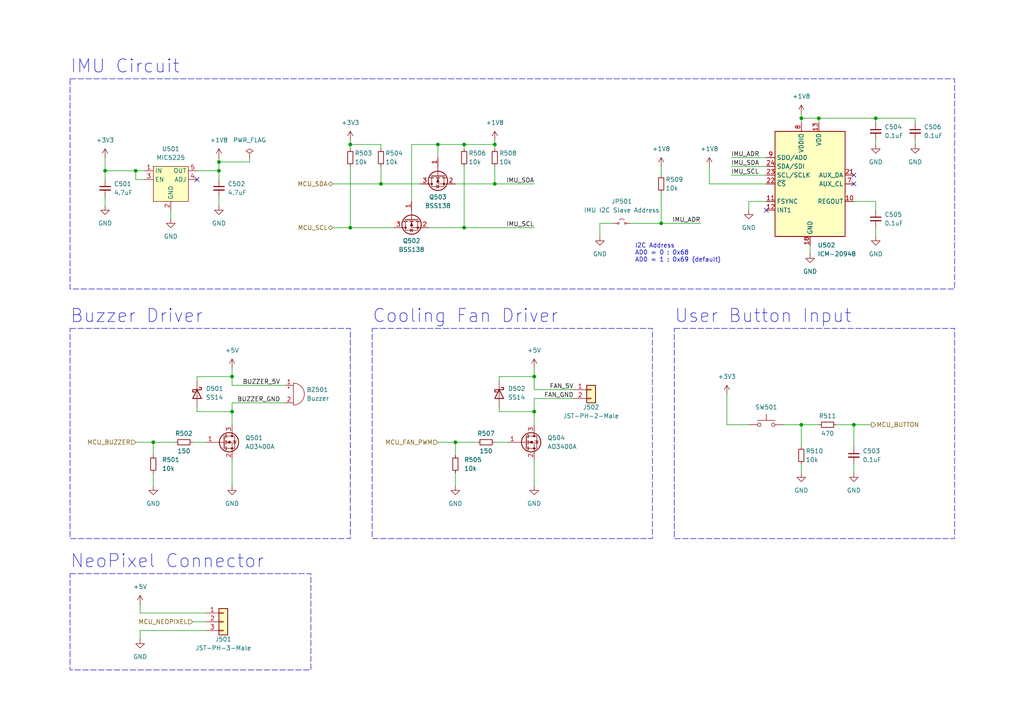
<source format=kicad_sch>
(kicad_sch (version 20231120) (generator "eeschema") (generator_version "8.0")
  (paper "A4")
  (title_block (title "LizardBot 1 Control Board: Outputs") (date "2024-07-03") (rev "v1.0.0") (company "Lizard Electronics") (comment 1 "Designed by: Manuel Lagarto"))
  (lib_symbols
    (symbol "Connector_Generic:Conn_01x02" (pin_names (offset 1.016) hide)
      (property "Reference" "J" (at 0 2.54 0))
      (property "Value" "Conn_01x02" (at 0 -5.08 0))
      (symbol "Conn_01x02_1_1"
        (rectangle (start -1.27 -2.413) (end 0 -2.667) (stroke (width 0.1524)))
        (rectangle (start -1.27 0.127) (end 0 -0.127) (stroke (width 0.1524)))
        (rectangle (start -1.27 1.27) (end 1.27 -3.81) (stroke (width 0.254)) (fill (type background)))
        (pin passive line (at -5.08 0 0) (length 3.81) (name "Pin_1") (number "1"))
        (pin passive line (at -5.08 -2.54 0) (length 3.81) (name "Pin_2") (number "2"))
      )
    )
    (symbol "Connector_Generic:Conn_01x03" (pin_names (offset 1.016) hide)
      (property "Reference" "J" (at 0 5.08 0))
      (property "Value" "Conn_01x03" (at 0 -5.08 0))
      (symbol "Conn_01x03_1_1"
        (rectangle (start -1.27 -2.413) (end 0 -2.667) (stroke (width 0.1524)))
        (rectangle (start -1.27 0.127) (end 0 -0.127) (stroke (width 0.1524)))
        (rectangle (start -1.27 2.667) (end 0 2.413) (stroke (width 0.1524)))
        (rectangle (start -1.27 3.81) (end 1.27 -3.81) (stroke (width 0.254)) (fill (type background)))
        (pin passive line (at -5.08 2.54 0) (length 3.81) (name "Pin_1") (number "1"))
        (pin passive line (at -5.08 0 0) (length 3.81) (name "Pin_2") (number "2"))
        (pin passive line (at -5.08 -2.54 0) (length 3.81) (name "Pin_3") (number "3"))
      )
    )
    (symbol "Device:Buzzer" (pin_names (offset 0.0254) hide)
      (property "Reference" "BZ" (at 3.81 1.27 0))
      (property "Value" "Buzzer" (at 3.81 -1.27 0))
      (symbol "Buzzer_0_1"
        (arc (start 0 -3.175) (mid 3.1612 0) (end 0 3.175))
        (polyline (pts (xy -1.651 1.905) (xy -1.143 1.905)))
        (polyline (pts (xy -1.397 2.159) (xy -1.397 1.651)))
        (polyline (pts (xy 0 3.175) (xy 0 -3.175)))
      )
      (symbol "Buzzer_1_1"
        (pin passive line (at -2.54 2.54 0) (length 2.54) (name "+") (number "1"))
        (pin passive line (at -2.54 -2.54 0) (length 2.54) (name "-") (number "2"))
      )
    )
    (symbol "Device:C_Small" (pin_numbers hide) (pin_names (offset 0.254) hide)
      (property "Reference" "C" (at 0.254 1.778 0))
      (property "Value" "C_Small" (at 0.254 -2.032 0))
      (symbol "C_Small_0_1"
        (polyline (pts (xy -1.524 -0.508) (xy 1.524 -0.508)) (stroke (width 0.3302)))
        (polyline (pts (xy -1.524 0.508) (xy 1.524 0.508)) (stroke (width 0.3048)))
      )
      (symbol "C_Small_1_1"
        (pin passive line (at 0 2.54 270) (length 2.032) (name "~") (number "1"))
        (pin passive line (at 0 -2.54 90) (length 2.032) (name "~") (number "2"))
      )
    )
    (symbol "Device:R_Small" (pin_numbers hide) (pin_names (offset 0.254) hide)
      (property "Reference" "R" (at 0.762 0.508 0))
      (property "Value" "R_Small" (at 0.762 -1.016 0))
      (symbol "R_Small_0_1"
        (rectangle (start -0.762 1.778) (end 0.762 -1.778) (stroke (width 0.2032)))
      )
      (symbol "R_Small_1_1"
        (pin passive line (at 0 2.54 270) (length 0.762) (name "~") (number "1"))
        (pin passive line (at 0 -2.54 90) (length 0.762) (name "~") (number "2"))
      )
    )
    (symbol "Diode:SS14" (pin_numbers hide) (pin_names (offset 1.016) hide)
      (property "Reference" "D" (at 0 2.54 0))
      (property "Value" "SS14" (at 0 -2.54 0))
      (symbol "SS14_0_1"
        (polyline (pts (xy 1.27 0) (xy -1.27 0)))
        (polyline (pts (xy 1.27 1.27) (xy 1.27 -1.27) (xy -1.27 0) (xy 1.27 1.27)) (stroke (width 0.254)))
        (polyline (pts (xy -1.905 0.635) (xy -1.905 1.27) (xy -1.27 1.27) (xy -1.27 -1.27) (xy -0.635 -1.27) (xy -0.635 -0.635)) (stroke (width 0.254)))
      )
      (symbol "SS14_1_1"
        (pin passive line (at -3.81 0 0) (length 2.54) (name "K") (number "1"))
        (pin passive line (at 3.81 0 180) (length 2.54) (name "A") (number "2"))
      )
    )
    (symbol "Jumper:Jumper_2_Small_Open" (pin_numbers hide) (pin_names (offset 0) hide) (exclude_from_sim yes)
      (property "Reference" "JP" (at 0 2.794 0))
      (property "Value" "Jumper_2_Small_Open" (at 0 -2.286 0))
      (symbol "Jumper_2_Small_Open_0_0"
        (circle (center -1.016 0) (radius 0.254))
        (circle (center 1.016 0) (radius 0.254))
      )
      (symbol "Jumper_2_Small_Open_0_1"
        (arc (start 0.762 1.0196) (mid 0 1.2729) (end -0.762 1.0196))
      )
      (symbol "Jumper_2_Small_Open_1_1"
        (pin passive line (at -2.54 0 0) (length 1.27) (name "A") (number "1"))
        (pin passive line (at 2.54 0 180) (length 1.27) (name "B") (number "2"))
      )
    )
    (symbol "Project_SymbolLib:MIC5225"
      (property "Reference" "U" (at 0 8.89 0))
      (property "Value" "MIC5225" (at 0 6.35 0))
      (symbol "MIC5225_1_1"
        (rectangle (start -5.08 5.08) (end 5.08 -5.08) (fill (type background)))
        (pin power_in line (at -7.62 3.81 0) (length 2.54) (name "IN") (number "1"))
        (pin power_in line (at 0 -7.62 90) (length 2.54) (name "GND") (number "2"))
        (pin input line (at -7.62 1.27 0) (length 2.54) (name "EN") (number "3"))
        (pin input line (at 7.62 1.27 180) (length 2.54) (name "ADJ") (number "4"))
        (pin power_out line (at 7.62 3.81 180) (length 2.54) (name "OUT") (number "5"))
      )
    )
    (symbol "Sensor_Motion:ICM-20948"
      (property "Reference" "U" (at -11.43 16.51 0))
      (property "Value" "ICM-20948" (at 7.62 -16.51 0))
      (symbol "ICM-20948_0_1"
        (rectangle (start -10.16 15.24) (end 10.16 -15.24) (stroke (width 0.254)) (fill (type background)))
      )
      (symbol "ICM-20948_1_1"
        (pin no_connect line (at -10.16 12.7 0) (length 2.54) hide (name "NC") (number "1"))
        (pin passive line (at 12.7 -5.08 180) (length 2.54) (name "REGOUT") (number "10"))
        (pin input line (at -12.7 -5.08 0) (length 2.54) (name "FSYNC") (number "11"))
        (pin output line (at -12.7 -7.62 0) (length 2.54) (name "INT1") (number "12"))
        (pin power_in line (at 2.54 17.78 270) (length 2.54) (name "VDD") (number "13"))
        (pin no_connect line (at 10.16 7.62 180) (length 2.54) hide (name "NC") (number "14"))
        (pin no_connect line (at 10.16 5.08 180) (length 2.54) hide (name "NC") (number "15"))
        (pin no_connect line (at 10.16 -7.62 180) (length 2.54) hide (name "NC") (number "16"))
        (pin no_connect line (at 10.16 -10.16 180) (length 2.54) hide (name "NC") (number "17"))
        (pin power_in line (at 0 -17.78 90) (length 2.54) (name "GND") (number "18"))
        (pin no_connect line (at 10.16 -12.7 180) (length 2.54) hide (name "RESV") (number "19"))
        (pin no_connect line (at -10.16 10.16 0) (length 2.54) hide (name "NC") (number "2"))
        (pin passive line (at 0 -17.78 90) (length 2.54) hide (name "GND") (number "20"))
        (pin bidirectional line (at 12.7 2.54 180) (length 2.54) (name "AUX_DA") (number "21"))
        (pin input line (at -12.7 0 0) (length 2.54) (name "~{CS}") (number "22"))
        (pin input line (at -12.7 2.54 0) (length 2.54) (name "SCL/SCLK") (number "23"))
        (pin bidirectional line (at -12.7 5.08 0) (length 2.54) (name "SDA/SDI") (number "24"))
        (pin no_connect line (at -10.16 -2.54 0) (length 2.54) hide (name "NC") (number "3"))
        (pin no_connect line (at -10.16 -10.16 0) (length 2.54) hide (name "NC") (number "4"))
        (pin no_connect line (at -10.16 -12.7 0) (length 2.54) hide (name "NC") (number "5"))
        (pin no_connect line (at 10.16 10.16 180) (length 2.54) hide (name "NC") (number "6"))
        (pin output line (at 12.7 0 180) (length 2.54) (name "AUX_CL") (number "7"))
        (pin power_in line (at -2.54 17.78 270) (length 2.54) (name "VDDIO") (number "8"))
        (pin bidirectional line (at -12.7 7.62 0) (length 2.54) (name "SDO/AD0") (number "9"))
      )
    )
    (symbol "Switch:SW_Push" (pin_numbers hide) (pin_names (offset 1.016) hide)
      (property "Reference" "SW" (at 1.27 2.54 0))
      (property "Value" "SW_Push" (at 0 -1.524 0))
      (symbol "SW_Push_0_1"
        (circle (center -2.032 0) (radius 0.508))
        (polyline (pts (xy 0 1.27) (xy 0 3.048)))
        (polyline (pts (xy 2.54 1.27) (xy -2.54 1.27)))
        (circle (center 2.032 0) (radius 0.508))
        (pin passive line (at -5.08 0 0) (length 2.54) (name "1") (number "1"))
        (pin passive line (at 5.08 0 180) (length 2.54) (name "2") (number "2"))
      )
    )
    (symbol "Transistor_FET:AO3400A" (pin_names hide)
      (property "Reference" "Q" (at 5.08 1.905 0))
      (property "Value" "AO3400A" (at 5.08 0 0))
      (symbol "AO3400A_0_1"
        (polyline (pts (xy 0.254 0) (xy -2.54 0)))
        (polyline (pts (xy 0.254 1.905) (xy 0.254 -1.905)) (stroke (width 0.254)))
        (polyline (pts (xy 0.762 -1.27) (xy 0.762 -2.286)) (stroke (width 0.254)))
        (polyline (pts (xy 0.762 0.508) (xy 0.762 -0.508)) (stroke (width 0.254)))
        (polyline (pts (xy 0.762 2.286) (xy 0.762 1.27)) (stroke (width 0.254)))
        (polyline (pts (xy 2.54 2.54) (xy 2.54 1.778)))
        (polyline (pts (xy 2.54 -2.54) (xy 2.54 0) (xy 0.762 0)))
        (polyline (pts (xy 0.762 -1.778) (xy 3.302 -1.778) (xy 3.302 1.778) (xy 0.762 1.778)))
        (polyline (pts (xy 1.016 0) (xy 2.032 0.381) (xy 2.032 -0.381) (xy 1.016 0)) (fill (type outline)))
        (polyline (pts (xy 2.794 0.508) (xy 2.921 0.381) (xy 3.683 0.381) (xy 3.81 0.254)))
        (polyline (pts (xy 3.302 0.381) (xy 2.921 -0.254) (xy 3.683 -0.254) (xy 3.302 0.381)))
        (circle (center 1.651 0) (radius 2.794) (stroke (width 0.254)))
        (circle (center 2.54 -1.778) (radius 0.254) (fill (type outline)))
        (circle (center 2.54 1.778) (radius 0.254) (fill (type outline)))
      )
      (symbol "AO3400A_1_1"
        (pin input line (at -5.08 0 0) (length 2.54) (name "G") (number "1"))
        (pin passive line (at 2.54 -5.08 90) (length 2.54) (name "S") (number "2"))
        (pin passive line (at 2.54 5.08 270) (length 2.54) (name "D") (number "3"))
      )
    )
    (symbol "Transistor_FET:BSS138" (pin_names hide)
      (property "Reference" "Q" (at 5.08 1.905 0))
      (property "Value" "BSS138" (at 5.08 0 0))
      (symbol "BSS138_0_1"
        (polyline (pts (xy 0.254 0) (xy -2.54 0)))
        (polyline (pts (xy 0.254 1.905) (xy 0.254 -1.905)) (stroke (width 0.254)))
        (polyline (pts (xy 0.762 -1.27) (xy 0.762 -2.286)) (stroke (width 0.254)))
        (polyline (pts (xy 0.762 0.508) (xy 0.762 -0.508)) (stroke (width 0.254)))
        (polyline (pts (xy 0.762 2.286) (xy 0.762 1.27)) (stroke (width 0.254)))
        (polyline (pts (xy 2.54 2.54) (xy 2.54 1.778)))
        (polyline (pts (xy 2.54 -2.54) (xy 2.54 0) (xy 0.762 0)))
        (polyline (pts (xy 0.762 -1.778) (xy 3.302 -1.778) (xy 3.302 1.778) (xy 0.762 1.778)))
        (polyline (pts (xy 1.016 0) (xy 2.032 0.381) (xy 2.032 -0.381) (xy 1.016 0)) (fill (type outline)))
        (polyline (pts (xy 2.794 0.508) (xy 2.921 0.381) (xy 3.683 0.381) (xy 3.81 0.254)))
        (polyline (pts (xy 3.302 0.381) (xy 2.921 -0.254) (xy 3.683 -0.254) (xy 3.302 0.381)))
        (circle (center 1.651 0) (radius 2.794) (stroke (width 0.254)))
        (circle (center 2.54 -1.778) (radius 0.254) (fill (type outline)))
        (circle (center 2.54 1.778) (radius 0.254) (fill (type outline)))
      )
      (symbol "BSS138_1_1"
        (pin input line (at -5.08 0 0) (length 2.54) (name "G") (number "1"))
        (pin passive line (at 2.54 -5.08 90) (length 2.54) (name "S") (number "2"))
        (pin passive line (at 2.54 5.08 270) (length 2.54) (name "D") (number "3"))
      )
    )
    (symbol "power:+1V8" (power) (pin_numbers hide) (pin_names (offset 0) hide)
      (property "Value" "+1V8" (at 0 3.556 0))
      (symbol "+1V8_0_1"
        (polyline (pts (xy -0.762 1.27) (xy 0 2.54)))
        (polyline (pts (xy 0 0) (xy 0 2.54)))
        (polyline (pts (xy 0 2.54) (xy 0.762 1.27)))
      )
      (symbol "+1V8_1_1"
        (pin power_in line (at 0 0 90) (length 0) (name "~") (number "1"))
      )
    )
    (symbol "power:+3V3" (power) (pin_numbers hide) (pin_names (offset 0) hide)
      (property "Value" "+3V3" (at 0 3.556 0))
      (symbol "+3V3_0_1"
        (polyline (pts (xy -0.762 1.27) (xy 0 2.54)))
        (polyline (pts (xy 0 0) (xy 0 2.54)))
        (polyline (pts (xy 0 2.54) (xy 0.762 1.27)))
      )
      (symbol "+3V3_1_1"
        (pin power_in line (at 0 0 90) (length 0) (name "~") (number "1"))
      )
    )
    (symbol "power:+5V" (power) (pin_numbers hide) (pin_names (offset 0) hide)
      (property "Value" "+5V" (at 0 3.556 0))
      (symbol "+5V_0_1"
        (polyline (pts (xy -0.762 1.27) (xy 0 2.54)))
        (polyline (pts (xy 0 0) (xy 0 2.54)))
        (polyline (pts (xy 0 2.54) (xy 0.762 1.27)))
      )
      (symbol "+5V_1_1"
        (pin power_in line (at 0 0 90) (length 0) (name "~") (number "1"))
      )
    )
    (symbol "power:GND" (power) (pin_numbers hide) (pin_names (offset 0) hide)
      (property "Value" "GND" (at 0 -3.81 0))
      (symbol "GND_0_1"
        (polyline (pts (xy 0 0) (xy 0 -1.27) (xy 1.27 -1.27) (xy 0 -2.54) (xy -1.27 -1.27) (xy 0 -1.27)))
      )
      (symbol "GND_1_1"
        (pin power_in line (at 0 0 270) (length 0) (name "~") (number "1"))
      )
    )
    (symbol "power:PWR_FLAG" (power) (pin_numbers hide) (pin_names (offset 0) hide)
      (property "Value" "PWR_FLAG" (at 0 3.81 0))
      (symbol "PWR_FLAG_0_0"
        (pin power_out line (at 0 0 90) (length 0) (name "~") (number "1"))
      )
      (symbol "PWR_FLAG_0_1"
        (polyline (pts (xy 0 0) (xy 0 1.27) (xy -1.016 1.905) (xy 0 2.54) (xy 1.016 1.905) (xy 0 1.27)))
      )
    )
  )
  (junction (at 63.5 46.99))
  (junction (at 191.77 64.77))
  (junction (at 154.94 119.38))
  (junction (at 237.49 34.29))
  (junction (at 30.48 49.53))
  (junction (at 134.62 66.04))
  (junction (at 63.5 49.53))
  (junction (at 132.08 128.27))
  (junction (at 134.62 41.91))
  (junction (at 67.31 119.38))
  (junction (at 101.6 41.91))
  (junction (at 44.45 128.27))
  (junction (at 39.37 49.53))
  (junction (at 143.51 53.34))
  (junction (at 232.41 123.19))
  (junction (at 101.6 66.04))
  (junction (at 154.94 109.22))
  (junction (at 254 34.29))
  (junction (at 247.65 123.19))
  (junction (at 232.41 34.29))
  (junction (at 110.49 53.34))
  (junction (at 127 41.91))
  (junction (at 67.31 109.22))
  (junction (at 143.51 41.91))
  (no_connect (at 247.65 50.8))
  (no_connect (at 222.25 60.96))
  (no_connect (at 247.65 53.34))
  (no_connect (at 57.15 52.07))
  (wire (pts (xy 132.08 53.34) (xy 143.51 53.34)))
  (wire (pts (xy 30.48 57.15) (xy 30.48 59.69)))
  (wire (pts (xy 39.37 49.53) (xy 39.37 52.07)))
  (wire (pts (xy 143.51 128.27) (xy 147.32 128.27)))
  (wire (pts (xy 40.64 185.42) (xy 40.64 182.88)))
  (wire (pts (xy 254 58.42) (xy 247.65 58.42)))
  (wire (pts (xy 39.37 128.27) (xy 44.45 128.27)))
  (wire (pts (xy 134.62 66.04) (xy 154.94 66.04)))
  (wire (pts (xy 44.45 137.16) (xy 44.45 140.97)))
  (wire (pts (xy 132.08 137.16) (xy 132.08 140.97)))
  (wire (pts (xy 63.5 46.99) (xy 63.5 49.53)))
  (wire (pts (xy 101.6 40.64) (xy 101.6 41.91)))
  (wire (pts (xy 39.37 49.53) (xy 41.91 49.53)))
  (wire (pts (xy 30.48 49.53) (xy 30.48 52.07)))
  (wire (pts (xy 101.6 48.26) (xy 101.6 66.04)))
  (wire (pts (xy 82.55 116.84) (xy 67.31 116.84)))
  (wire (pts (xy 124.46 66.04) (xy 134.62 66.04)))
  (wire (pts (xy 67.31 109.22) (xy 67.31 111.76)))
  (wire (pts (xy 234.95 71.12) (xy 234.95 73.66)))
  (wire (pts (xy 49.53 60.96) (xy 49.53 63.5)))
  (wire (pts (xy 134.62 41.91) (xy 143.51 41.91)))
  (wire (pts (xy 57.15 109.22) (xy 67.31 109.22)))
  (wire (pts (xy 265.43 40.64) (xy 265.43 41.91)))
  (wire (pts (xy 254 34.29) (xy 254 35.56)))
  (wire (pts (xy 144.78 118.11) (xy 144.78 119.38)))
  (wire (pts (xy 127 41.91) (xy 127 45.72)))
  (wire (pts (xy 191.77 48.26) (xy 191.77 50.8)))
  (wire (pts (xy 144.78 110.49) (xy 144.78 109.22)))
  (wire (pts (xy 254 60.96) (xy 254 58.42)))
  (wire (pts (xy 110.49 48.26) (xy 110.49 53.34)))
  (wire (pts (xy 72.39 46.99) (xy 63.5 46.99)))
  (wire (pts (xy 143.51 53.34) (xy 154.94 53.34)))
  (wire (pts (xy 154.94 133.35) (xy 154.94 140.97)))
  (wire (pts (xy 67.31 111.76) (xy 82.55 111.76)))
  (wire (pts (xy 247.65 123.19) (xy 247.65 129.54)))
  (wire (pts (xy 154.94 106.68) (xy 154.94 109.22)))
  (wire (pts (xy 205.74 48.26) (xy 205.74 53.34)))
  (wire (pts (xy 154.94 115.57) (xy 166.37 115.57)))
  (wire (pts (xy 247.65 134.62) (xy 247.65 137.16)))
  (wire (pts (xy 101.6 66.04) (xy 114.3 66.04)))
  (wire (pts (xy 57.15 119.38) (xy 67.31 119.38)))
  (wire (pts (xy 57.15 118.11) (xy 57.15 119.38)))
  (wire (pts (xy 101.6 41.91) (xy 110.49 41.91)))
  (wire (pts (xy 40.64 177.8) (xy 59.69 177.8)))
  (wire (pts (xy 134.62 48.26) (xy 134.62 66.04)))
  (wire (pts (xy 154.94 113.03) (xy 166.37 113.03)))
  (wire (pts (xy 212.09 50.8) (xy 222.25 50.8)))
  (wire (pts (xy 67.31 106.68) (xy 67.31 109.22)))
  (wire (pts (xy 67.31 116.84) (xy 67.31 119.38)))
  (wire (pts (xy 119.38 41.91) (xy 127 41.91)))
  (wire (pts (xy 110.49 43.18) (xy 110.49 41.91)))
  (wire (pts (xy 96.52 53.34) (xy 110.49 53.34)))
  (wire (pts (xy 72.39 45.72) (xy 72.39 46.99)))
  (wire (pts (xy 242.57 123.19) (xy 247.65 123.19)))
  (wire (pts (xy 144.78 119.38) (xy 154.94 119.38)))
  (wire (pts (xy 232.41 123.19) (xy 237.49 123.19)))
  (wire (pts (xy 144.78 109.22) (xy 154.94 109.22)))
  (wire (pts (xy 55.88 180.34) (xy 59.69 180.34)))
  (wire (pts (xy 232.41 34.29) (xy 232.41 35.56)))
  (wire (pts (xy 182.88 64.77) (xy 191.77 64.77)))
  (wire (pts (xy 40.64 182.88) (xy 59.69 182.88)))
  (wire (pts (xy 227.33 123.19) (xy 232.41 123.19)))
  (wire (pts (xy 143.51 40.64) (xy 143.51 41.91)))
  (wire (pts (xy 212.09 45.72) (xy 222.25 45.72)))
  (wire (pts (xy 143.51 48.26) (xy 143.51 53.34)))
  (wire (pts (xy 232.41 134.62) (xy 232.41 137.16)))
  (wire (pts (xy 173.99 64.77) (xy 177.8 64.77)))
  (wire (pts (xy 44.45 128.27) (xy 50.8 128.27)))
  (wire (pts (xy 232.41 123.19) (xy 232.41 129.54)))
  (wire (pts (xy 254 68.58) (xy 254 66.04)))
  (wire (pts (xy 40.64 175.26) (xy 40.64 177.8)))
  (wire (pts (xy 237.49 35.56) (xy 237.49 34.29)))
  (wire (pts (xy 63.5 49.53) (xy 63.5 52.07)))
  (wire (pts (xy 67.31 133.35) (xy 67.31 140.97)))
  (wire (pts (xy 67.31 119.38) (xy 67.31 123.19)))
  (wire (pts (xy 232.41 33.02) (xy 232.41 34.29)))
  (wire (pts (xy 44.45 128.27) (xy 44.45 132.08)))
  (wire (pts (xy 247.65 123.19) (xy 252.73 123.19)))
  (wire (pts (xy 96.52 66.04) (xy 101.6 66.04)))
  (wire (pts (xy 134.62 41.91) (xy 134.62 43.18)))
  (wire (pts (xy 154.94 109.22) (xy 154.94 113.03)))
  (wire (pts (xy 217.17 58.42) (xy 222.25 58.42)))
  (wire (pts (xy 191.77 55.88) (xy 191.77 64.77)))
  (wire (pts (xy 212.09 48.26) (xy 222.25 48.26)))
  (wire (pts (xy 237.49 34.29) (xy 254 34.29)))
  (wire (pts (xy 110.49 53.34) (xy 121.92 53.34)))
  (wire (pts (xy 127 128.27) (xy 132.08 128.27)))
  (wire (pts (xy 132.08 128.27) (xy 138.43 128.27)))
  (wire (pts (xy 55.88 128.27) (xy 59.69 128.27)))
  (wire (pts (xy 143.51 41.91) (xy 143.51 43.18)))
  (wire (pts (xy 232.41 34.29) (xy 237.49 34.29)))
  (wire (pts (xy 132.08 128.27) (xy 132.08 132.08)))
  (wire (pts (xy 254 40.64) (xy 254 41.91)))
  (wire (pts (xy 101.6 41.91) (xy 101.6 43.18)))
  (wire (pts (xy 127 41.91) (xy 134.62 41.91)))
  (wire (pts (xy 57.15 110.49) (xy 57.15 109.22)))
  (wire (pts (xy 265.43 34.29) (xy 265.43 35.56)))
  (wire (pts (xy 254 34.29) (xy 265.43 34.29)))
  (wire (pts (xy 30.48 45.72) (xy 30.48 49.53)))
  (wire (pts (xy 205.74 53.34) (xy 222.25 53.34)))
  (wire (pts (xy 57.15 49.53) (xy 63.5 49.53)))
  (wire (pts (xy 63.5 57.15) (xy 63.5 59.69)))
  (wire (pts (xy 210.82 123.19) (xy 217.17 123.19)))
  (wire (pts (xy 63.5 45.72) (xy 63.5 46.99)))
  (wire (pts (xy 191.77 64.77) (xy 203.2 64.77)))
  (wire (pts (xy 41.91 52.07) (xy 39.37 52.07)))
  (wire (pts (xy 154.94 119.38) (xy 154.94 115.57)))
  (wire (pts (xy 173.99 64.77) (xy 173.99 68.58)))
  (wire (pts (xy 30.48 49.53) (xy 39.37 49.53)))
  (wire (pts (xy 119.38 41.91) (xy 119.38 58.42)))
  (wire (pts (xy 154.94 119.38) (xy 154.94 123.19)))
  (wire (pts (xy 210.82 114.3) (xy 210.82 123.19)))
  (wire (pts (xy 217.17 60.96) (xy 217.17 58.42)))
  (rectangle (start 20.32 95.25) (end 101.6 156.21) (stroke (width 0) (type dash)))
  (rectangle (start 20.32 22.86) (end 276.86 83.82) (stroke (width 0) (type dash)))
  (rectangle (start 107.95 95.25) (end 189.23 156.21) (stroke (width 0) (type dash)))
  (rectangle (start 195.58 95.25) (end 276.86 156.21) (stroke (width 0) (type dash)))
  (rectangle (start 20.32 166.37) (end 90.17 194.31) (stroke (width 0) (type dash)))
  (text "IMU Circuit" (at 20.32 21.59 0) (effects (font (size 3.81 3.81)) (justify left bottom)))
  (text "I2C Address\nAD0 = 0 : 0x68\nAD0 = 1 : 0x69 (default)" (at 184.15 76.2 0) (effects (font (size 1.27 1.27)) (justify left bottom)))
  (text "NeoPixel Connector" (at 20.32 165.1 0) (effects (font (size 3.81 3.81)) (justify left bottom)))
  (text "User Button Input" (at 195.58 93.98 0) (effects (font (size 3.81 3.81)) (justify left bottom)))
  (text "Cooling Fan Driver" (at 107.95 93.98 0) (effects (font (size 3.81 3.81)) (justify left bottom)))
  (text "Buzzer Driver" (at 20.32 93.98 0) (effects (font (size 3.81 3.81)) (justify left bottom)))
  (label "IMU_SDA" (at 212.09 48.26 0))
  (label "IMU_ADR" (at 203.2 64.77 180))
  (label "BUZZER_5V" (at 81.28 111.76 180))
  (label "IMU_SCL" (at 154.94 66.04 180))
  (label "BUZZER_GND" (at 81.28 116.84 180))
  (label "IMU_ADR" (at 212.09 45.72 0))
  (label "IMU_SCL" (at 212.09 50.8 0))
  (label "IMU_SDA" (at 154.94 53.34 180))
  (label "FAN_GND" (at 166.37 115.57 180))
  (label "FAN_5V" (at 166.37 113.03 180))
  (hierarchical_label "MCU_FAN_PWM" (shape input) (at 127 128.27 180))
  (hierarchical_label "MCU_SCL" (shape bidirectional) (at 96.52 66.04 180))
  (hierarchical_label "MCU_SDA" (shape bidirectional) (at 96.52 53.34 180))
  (hierarchical_label "MCU_BUZZER" (shape input) (at 39.37 128.27 180))
  (hierarchical_label "MCU_BUTTON" (shape output) (at 252.73 123.19 0))
  (hierarchical_label "MCU_NEOPIXEL" (shape input) (at 55.88 180.34 180))
  (symbol (lib_id "power:GND") (at 154.94 140.97 0) (unit 1)
    (property "Reference" "#PWR0515" (effects (hide yes)))
    (property "Value" "GND" (at 154.94 146.05 0))
    (property "Description" "Power symbol creates a global label with name \"GND\" , ground" (effects (hide yes)))
  )
  (symbol (lib_id "Device:Buzzer") (at 85.09 114.3 0) (unit 1)
    (property "Reference" "BZ501" (at 88.9 113.0299 0) (effects (justify left)))
    (property "Value" "Buzzer" (at 88.9 115.5699 0) (effects (justify left)))
    (property "Description" "Buzzer, polarized" (effects (hide yes)))
  )
  (symbol (lib_id "power:GND") (at 254 41.91 0) (unit 1)
    (property "Reference" "#PWR0525" (effects (hide yes)))
    (property "Value" "GND" (at 254 46.99 0))
    (property "Description" "Power symbol creates a global label with name \"GND\" , ground" (effects (hide yes)))
  )
  (symbol (lib_id "power:GND") (at 247.65 137.16 0) (unit 1)
    (property "Reference" "#PWR0524" (effects (hide yes)))
    (property "Value" "GND" (at 247.65 142.24 0))
    (property "Description" "Power symbol creates a global label with name \"GND\" , ground" (effects (hide yes)))
  )
  (symbol (lib_id "power:+5V") (at 67.31 106.68 0) (unit 1)
    (property "Reference" "#PWR0509" (effects (hide yes)))
    (property "Value" "+5V" (at 67.31 101.6 0))
    (property "Description" "Power symbol creates a global label with name \"+5V\"" (effects (hide yes)))
  )
  (symbol (lib_id "Device:R_Small") (at 240.03 123.19 90) (unit 1)
    (property "Reference" "R511" (at 240.03 120.65 90))
    (property "Value" "470" (at 240.03 125.73 90))
    (property "Description" "Resistor, small symbol" (effects (hide yes)))
  )
  (symbol (lib_id "Device:C_Small") (at 254 38.1 0) (unit 1)
    (property "Reference" "C504" (at 256.54 36.83 0) (effects (justify left)))
    (property "Value" "0.1uF" (at 256.54 39.37 0) (effects (justify left)))
    (property "Description" "Unpolarized capacitor, small symbol" (effects (hide yes)))
  )
  (symbol (lib_id "Jumper:Jumper_2_Small_Open") (at 180.34 64.77 0) (unit 1) (exclude_from_sim yes)
    (property "Reference" "JP501" (at 180.34 58.42 0))
    (property "Value" "IMU I2C Slave Address" (at 180.34 60.96 0))
    (property "Description" "Jumper, 2-pole, small symbol, open" (effects (hide yes)))
  )
  (symbol (lib_id "power:+1V8") (at 63.5 45.72 0) (unit 1)
    (property "Reference" "#PWR0507" (effects (hide yes)))
    (property "Value" "+1V8" (at 63.5 40.64 0))
    (property "Description" "Power symbol creates a global label with name \"+1V8\"" (effects (hide yes)))
  )
  (symbol (lib_id "Device:R_Small") (at 232.41 132.08 0) (unit 1)
    (property "Reference" "R510" (at 233.68 130.81 0) (effects (justify left)))
    (property "Value" "10k" (at 233.68 133.35 0) (effects (justify left)))
    (property "Description" "Resistor, small symbol" (effects (hide yes)))
  )
  (symbol (lib_id "power:GND") (at 234.95 73.66 0) (unit 1)
    (property "Reference" "#PWR0523" (effects (hide yes)))
    (property "Value" "GND" (at 234.95 78.74 0))
    (property "Description" "Power symbol creates a global label with name \"GND\" , ground" (effects (hide yes)))
  )
  (symbol (lib_id "Diode:SS14") (at 144.78 114.3 270) (unit 1)
    (property "Reference" "D502" (at 147.32 112.7124 90) (effects (justify left)))
    (property "Value" "SS14" (at 147.32 115.2524 90) (effects (justify left)))
    (property "Footprint" "Diode_SMD:D_SMA" (effects (hide yes)))
    (property "Datasheet" "https://www.vishay.com/docs/88746/ss12.pdf" (effects (hide yes)))
    (property "Description" "40V 1A Schottky Diode, SMA" (effects (hide yes)))
  )
  (symbol (lib_id "power:+3V3") (at 210.82 114.3 0) (unit 1)
    (property "Reference" "#PWR0519" (effects (hide yes)))
    (property "Value" "+3V3" (at 210.82 109.22 0))
    (property "Description" "Power symbol creates a global label with name \"+3V3\"" (effects (hide yes)))
  )
  (symbol (lib_id "power:PWR_FLAG") (at 72.39 45.72 0) (unit 1)
    (property "Reference" "#FLG0501" (effects (hide yes)))
    (property "Value" "PWR_FLAG" (at 72.39 40.64 0))
    (property "Description" "Special symbol for telling ERC where power comes from" (effects (hide yes)))
  )
  (symbol (lib_id "Diode:SS14") (at 57.15 114.3 270) (unit 1)
    (property "Reference" "D501" (at 59.69 112.7124 90) (effects (justify left)))
    (property "Value" "SS14" (at 59.69 115.2524 90) (effects (justify left)))
    (property "Footprint" "Diode_SMD:D_SMA" (effects (hide yes)))
    (property "Datasheet" "https://www.vishay.com/docs/88746/ss12.pdf" (effects (hide yes)))
    (property "Description" "40V 1A Schottky Diode, SMA" (effects (hide yes)))
  )
  (symbol (lib_id "Transistor_FET:AO3400A") (at 64.77 128.27 0) (unit 1)
    (property "Reference" "Q501" (at 71.12 126.9999 0) (effects (justify left)))
    (property "Value" "AO3400A" (at 71.12 129.5399 0) (effects (justify left)))
    (property "Footprint" "Package_TO_SOT_SMD:SOT-23" (effects (hide yes)))
    (property "Datasheet" "http://www.aosmd.com/pdfs/datasheet/AO3400A.pdf" (effects (hide yes)))
    (property "Description" "30V Vds, 5.7A Id, N-Channel MOSFET, SOT-23" (effects (hide yes)))
  )
  (symbol (lib_id "Switch:SW_Push") (at 222.25 123.19 0) (unit 1)
    (property "Reference" "SW501" (at 222.25 118.11 0))
    (property "Value" "SW_Push" (effects (hide yes)))
    (property "Description" "Push button switch, generic, two pins" (effects (hide yes)))
  )
  (symbol (lib_id "Device:C_Small") (at 247.65 132.08 0) (unit 1)
    (property "Reference" "C503" (at 250.19 130.81 0) (effects (justify left)))
    (property "Value" "0.1uF" (at 250.19 133.35 0) (effects (justify left)))
    (property "Description" "Unpolarized capacitor, small symbol" (effects (hide yes)))
  )
  (symbol (lib_id "power:GND") (at 173.99 68.58 0) (unit 1)
    (property "Reference" "#PWR0516" (effects (hide yes)))
    (property "Value" "GND" (at 173.99 73.66 0))
    (property "Description" "Power symbol creates a global label with name \"GND\" , ground" (effects (hide yes)))
  )
  (symbol (lib_id "Device:R_Small") (at 140.97 128.27 90) (unit 1)
    (property "Reference" "R507" (at 140.97 125.73 90))
    (property "Value" "150" (at 140.97 130.81 90))
    (property "Description" "Resistor, small symbol" (effects (hide yes)))
  )
  (symbol (lib_id "power:GND") (at 44.45 140.97 0) (unit 1)
    (property "Reference" "#PWR0505" (effects (hide yes)))
    (property "Value" "GND" (at 44.45 146.05 0))
    (property "Description" "Power symbol creates a global label with name \"GND\" , ground" (effects (hide yes)))
  )
  (symbol (lib_id "power:+5V") (at 40.64 175.26 0) (unit 1)
    (property "Reference" "#PWR0503" (effects (hide yes)))
    (property "Value" "+5V" (at 40.64 170.18 0))
    (property "Description" "Power symbol creates a global label with name \"+5V\"" (effects (hide yes)))
  )
  (symbol (lib_id "power:+1V8") (at 191.77 48.26 0) (unit 1)
    (property "Reference" "#PWR0517" (effects (hide yes)))
    (property "Value" "+1V8" (at 191.77 43.18 0))
    (property "Description" "Power symbol creates a global label with name \"+1V8\"" (effects (hide yes)))
  )
  (symbol (lib_id "Device:R_Small") (at 110.49 45.72 0) (unit 1)
    (property "Reference" "R504" (at 111.76 44.45 0) (effects (justify left)))
    (property "Value" "10k" (at 111.76 46.99 0) (effects (justify left)))
    (property "Description" "Resistor, small symbol" (effects (hide yes)))
  )
  (symbol (lib_id "power:GND") (at 265.43 41.91 0) (unit 1)
    (property "Reference" "#PWR0527" (effects (hide yes)))
    (property "Value" "GND" (at 265.43 46.99 0))
    (property "Description" "Power symbol creates a global label with name \"GND\" , ground" (effects (hide yes)))
  )
  (symbol (lib_id "Device:C_Small") (at 30.48 54.61 0) (unit 1)
    (property "Reference" "C501" (at 33.02 53.34 0) (effects (justify left)))
    (property "Value" "4.7uF" (at 33.02 55.88 0) (effects (justify left)))
    (property "Description" "Unpolarized capacitor, small symbol" (effects (hide yes)))
  )
  (symbol (lib_id "Device:R_Small") (at 191.77 53.34 0) (unit 1)
    (property "Reference" "R509" (at 193.04 52.07 0) (effects (justify left)))
    (property "Value" "10k" (at 193.04 54.61 0) (effects (justify left)))
    (property "Description" "Resistor, small symbol" (effects (hide yes)))
  )
  (symbol (lib_id "Project_SymbolLib:MIC5225") (at 49.53 53.34 0) (unit 1)
    (property "Reference" "U501" (at 49.53 43.18 0))
    (property "Value" "MIC5225" (at 49.53 45.72 0))
    (property "Footprint" "Package_TO_SOT_SMD:SOT-23-5_HandSoldering" (effects (hide yes)))
    (property "Datasheet" "https://pt.mouser.com/datasheet/2/268/MIC5225_Ultra_Low_Quiescent_Current_150mA_MicroCap-3441824.pdf" (effects (hide yes)))
    (property "Description" "Ultra-Low Quiescent Current 150 mA µCap Low Dropout Regulator" (effects (hide yes)))
  )
  (symbol (lib_id "Device:R_Small") (at 134.62 45.72 0) (unit 1)
    (property "Reference" "R506" (at 135.89 44.45 0) (effects (justify left)))
    (property "Value" "10k" (at 135.89 46.99 0) (effects (justify left)))
    (property "Description" "Resistor, small symbol" (effects (hide yes)))
  )
  (symbol (lib_id "power:GND") (at 217.17 60.96 0) (unit 1)
    (property "Reference" "#PWR0520" (effects (hide yes)))
    (property "Value" "GND" (at 217.17 66.04 0))
    (property "Description" "Power symbol creates a global label with name \"GND\" , ground" (effects (hide yes)))
  )
  (symbol (lib_id "Device:R_Small") (at 101.6 45.72 0) (unit 1)
    (property "Reference" "R503" (at 102.87 44.45 0) (effects (justify left)))
    (property "Value" "10k" (at 102.87 46.99 0) (effects (justify left)))
    (property "Description" "Resistor, small symbol" (effects (hide yes)))
  )
  (symbol (lib_id "power:+1V8") (at 232.41 33.02 0) (unit 1)
    (property "Reference" "#PWR0521" (effects (hide yes)))
    (property "Value" "+1V8" (at 232.41 27.94 0))
    (property "Description" "Power symbol creates a global label with name \"+1V8\"" (effects (hide yes)))
  )
  (symbol (lib_id "Transistor_FET:AO3400A") (at 152.4 128.27 0) (unit 1)
    (property "Reference" "Q504" (at 158.75 126.9999 0) (effects (justify left)))
    (property "Value" "AO3400A" (at 158.75 129.5399 0) (effects (justify left)))
    (property "Footprint" "Package_TO_SOT_SMD:SOT-23" (effects (hide yes)))
    (property "Datasheet" "http://www.aosmd.com/pdfs/datasheet/AO3400A.pdf" (effects (hide yes)))
    (property "Description" "30V Vds, 5.7A Id, N-Channel MOSFET, SOT-23" (effects (hide yes)))
  )
  (symbol (lib_id "power:GND") (at 232.41 137.16 0) (unit 1)
    (property "Reference" "#PWR0522" (effects (hide yes)))
    (property "Value" "GND" (at 232.41 142.24 0))
    (property "Description" "Power symbol creates a global label with name \"GND\" , ground" (effects (hide yes)))
  )
  (symbol (lib_id "power:GND") (at 132.08 140.97 0) (unit 1)
    (property "Reference" "#PWR0512" (effects (hide yes)))
    (property "Value" "GND" (at 132.08 146.05 0))
    (property "Description" "Power symbol creates a global label with name \"GND\" , ground" (effects (hide yes)))
  )
  (symbol (lib_id "Device:R_Small") (at 53.34 128.27 90) (unit 1)
    (property "Reference" "R502" (at 53.34 125.73 90))
    (property "Value" "150" (at 53.34 130.81 90))
    (property "Description" "Resistor, small symbol" (effects (hide yes)))
  )
  (symbol (lib_id "power:GND") (at 254 68.58 0) (unit 1)
    (property "Reference" "#PWR0526" (effects (hide yes)))
    (property "Value" "GND" (at 254 73.66 0))
    (property "Description" "Power symbol creates a global label with name \"GND\" , ground" (effects (hide yes)))
  )
  (symbol (lib_id "Connector_Generic:Conn_01x03") (at 64.77 180.34 0) (unit 1)
    (property "Reference" "J501" (at 64.77 185.42 0))
    (property "Value" "JST-PH-3-Male" (at 64.77 187.96 0))
    (property "Description" "Generic connector, single row, 01x03, script generated (kicad-library-utils/schlib/autogen/connector/)" (effects (hide yes)))
  )
  (symbol (lib_id "power:+1V8") (at 205.74 48.26 0) (unit 1)
    (property "Reference" "#PWR0518" (effects (hide yes)))
    (property "Value" "+1V8" (at 205.74 43.18 0))
    (property "Description" "Power symbol creates a global label with name \"+1V8\"" (effects (hide yes)))
  )
  (symbol (lib_id "Connector_Generic:Conn_01x02") (at 171.45 113.03 0) (unit 1)
    (property "Reference" "J502" (at 171.45 118.11 0))
    (property "Value" "JST-PH-2-Male" (at 171.45 120.65 0))
    (property "Description" "Generic connector, single row, 01x02, script generated (kicad-library-utils/schlib/autogen/connector/)" (effects (hide yes)))
  )
  (symbol (lib_id "Sensor_Motion:ICM-20948") (at 234.95 53.34 0) (unit 1)
    (property "Reference" "U502" (at 237.1441 71.12 0) (effects (justify left)))
    (property "Value" "ICM-20948" (at 237.1441 73.66 0) (effects (justify left)))
    (property "Footprint" "Sensor_Motion:InvenSense_QFN-24_3x3mm_P0.4mm" (effects (hide yes)))
    (property "Datasheet" "http://www.invensense.com/wp-content/uploads/2016/06/DS-000189-ICM-20948-v1.3.pdf" (effects (hide yes)))
    (property "Description" "InvenSense 9-Axis Motion Sensor, Accelerometer, Gyroscope, Compass, I2C/SPI, QFN-24" (effects (hide yes)))
  )
  (symbol (lib_id "Device:R_Small") (at 44.45 134.62 0) (unit 1)
    (property "Reference" "R501" (at 46.99 133.3499 0) (effects (justify left)))
    (property "Value" "10k" (at 46.99 135.8899 0) (effects (justify left)))
    (property "Description" "Resistor, small symbol" (effects (hide yes)))
  )
  (symbol (lib_id "power:GND") (at 63.5 59.69 0) (unit 1)
    (property "Reference" "#PWR0508" (effects (hide yes)))
    (property "Value" "GND" (at 63.5 64.77 0))
    (property "Description" "Power symbol creates a global label with name \"GND\" , ground" (effects (hide yes)))
  )
  (symbol (lib_id "Device:C_Small") (at 63.5 54.61 0) (unit 1)
    (property "Reference" "C502" (at 66.04 53.34 0) (effects (justify left)))
    (property "Value" "4.7uF" (at 66.04 55.88 0) (effects (justify left)))
    (property "Description" "Unpolarized capacitor, small symbol" (effects (hide yes)))
  )
  (symbol (lib_id "power:+3V3") (at 101.6 40.64 0) (unit 1)
    (property "Reference" "#PWR0511" (effects (hide yes)))
    (property "Value" "+3V3" (at 101.6 35.56 0))
    (property "Description" "Power symbol creates a global label with name \"+3V3\"" (effects (hide yes)))
  )
  (symbol (lib_id "power:GND") (at 49.53 63.5 0) (unit 1)
    (property "Reference" "#PWR0506" (effects (hide yes)))
    (property "Value" "GND" (at 49.53 68.58 0))
    (property "Description" "Power symbol creates a global label with name \"GND\" , ground" (effects (hide yes)))
  )
  (symbol (lib_id "Device:R_Small") (at 132.08 134.62 0) (unit 1)
    (property "Reference" "R505" (at 134.62 133.3499 0) (effects (justify left)))
    (property "Value" "10k" (at 134.62 135.8899 0) (effects (justify left)))
    (property "Description" "Resistor, small symbol" (effects (hide yes)))
  )
  (symbol (lib_id "power:+1V8") (at 143.51 40.64 0) (unit 1)
    (property "Reference" "#PWR0513" (effects (hide yes)))
    (property "Value" "+1V8" (at 143.51 35.56 0))
    (property "Description" "Power symbol creates a global label with name \"+1V8\"" (effects (hide yes)))
  )
  (symbol (lib_id "Device:C_Small") (at 265.43 38.1 0) (unit 1)
    (property "Reference" "C506" (at 267.97 36.83 0) (effects (justify left)))
    (property "Value" "0.1uF" (at 267.97 39.37 0) (effects (justify left)))
    (property "Description" "Unpolarized capacitor, small symbol" (effects (hide yes)))
  )
  (symbol (lib_id "power:+5V") (at 154.94 106.68 0) (unit 1)
    (property "Reference" "#PWR0514" (effects (hide yes)))
    (property "Value" "+5V" (at 154.94 101.6 0))
    (property "Description" "Power symbol creates a global label with name \"+5V\"" (effects (hide yes)))
  )
  (symbol (lib_id "Transistor_FET:BSS138") (at 119.38 63.5 90) (mirror x) (unit 1)
    (property "Reference" "Q502" (at 119.38 69.85 90))
    (property "Value" "BSS138" (at 119.38 72.39 90))
    (property "Footprint" "Package_TO_SOT_SMD:SOT-23" (effects (hide yes)))
    (property "Datasheet" "https://www.onsemi.com/pub/Collateral/BSS138-D.PDF" (effects (hide yes)))
    (property "Description" "50V Vds, 0.22A Id, N-Channel MOSFET, SOT-23" (effects (hide yes)))
  )
  (symbol (lib_id "Transistor_FET:BSS138") (at 127 50.8 90) (mirror x) (unit 1)
    (property "Reference" "Q503" (at 127 57.15 90))
    (property "Value" "BSS138" (at 127 59.69 90))
    (property "Footprint" "Package_TO_SOT_SMD:SOT-23" (effects (hide yes)))
    (property "Datasheet" "https://www.onsemi.com/pub/Collateral/BSS138-D.PDF" (effects (hide yes)))
    (property "Description" "50V Vds, 0.22A Id, N-Channel MOSFET, SOT-23" (effects (hide yes)))
  )
  (symbol (lib_id "power:GND") (at 40.64 185.42 0) (unit 1)
    (property "Reference" "#PWR0504" (effects (hide yes)))
    (property "Value" "GND" (at 40.64 190.5 0))
    (property "Description" "Power symbol creates a global label with name \"GND\" , ground" (effects (hide yes)))
  )
  (symbol (lib_id "power:GND") (at 67.31 140.97 0) (unit 1)
    (property "Reference" "#PWR0510" (effects (hide yes)))
    (property "Value" "GND" (at 67.31 146.05 0))
    (property "Description" "Power symbol creates a global label with name \"GND\" , ground" (effects (hide yes)))
  )
  (symbol (lib_id "Device:C_Small") (at 254 63.5 0) (unit 1)
    (property "Reference" "C505" (at 256.54 62.23 0) (effects (justify left)))
    (property "Value" "0.1uF" (at 256.54 64.77 0) (effects (justify left)))
    (property "Description" "Unpolarized capacitor, small symbol" (effects (hide yes)))
  )
  (symbol (lib_id "power:+3V3") (at 30.48 45.72 0) (unit 1)
    (property "Reference" "#PWR0501" (effects (hide yes)))
    (property "Value" "+3V3" (at 30.48 40.64 0))
    (property "Description" "Power symbol creates a global label with name \"+3V3\"" (effects (hide yes)))
  )
  (symbol (lib_id "power:GND") (at 30.48 59.69 0) (unit 1)
    (property "Reference" "#PWR0502" (effects (hide yes)))
    (property "Value" "GND" (at 30.48 64.77 0))
    (property "Description" "Power symbol creates a global label with name \"GND\" , ground" (effects (hide yes)))
  )
  (symbol (lib_id "Device:R_Small") (at 143.51 45.72 0) (unit 1)
    (property "Reference" "R508" (at 144.78 44.45 0) (effects (justify left)))
    (property "Value" "10k" (at 144.78 46.99 0) (effects (justify left)))
    (property "Description" "Resistor, small symbol" (effects (hide yes)))
  )
)
</source>
